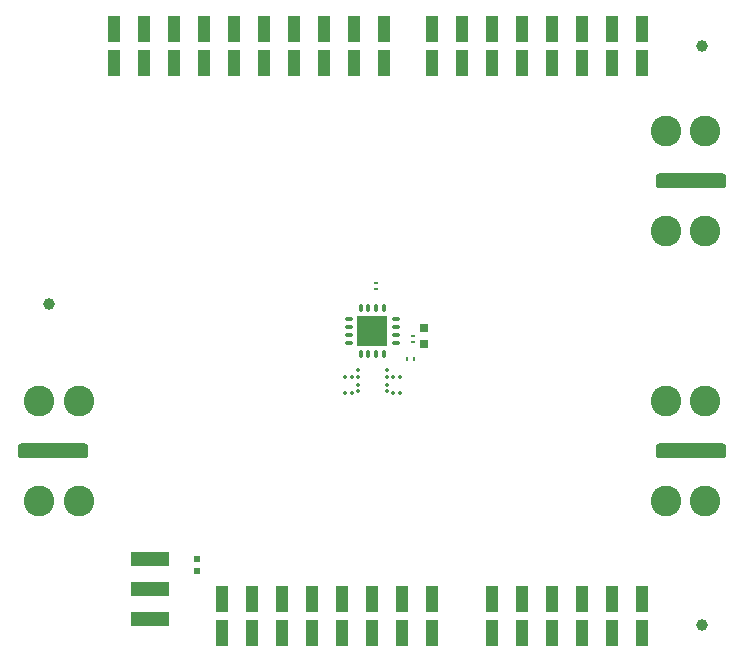
<source format=gtp>
G04*
G04 #@! TF.GenerationSoftware,Altium Limited,Altium Designer,22.10.1 (41)*
G04*
G04 Layer_Color=8421504*
%FSLAX24Y24*%
%MOIN*%
G70*
G04*
G04 #@! TF.SameCoordinates,1EAF6387-FA3A-421D-BABF-0C9075E41397*
G04*
G04*
G04 #@! TF.FilePolarity,Positive*
G04*
G01*
G75*
%ADD17C,0.1024*%
%ADD18R,0.0217X0.0236*%
%ADD19R,0.1252X0.0500*%
G04:AMPARAMS|DCode=20|XSize=236.2mil|YSize=50mil|CornerRadius=12.5mil|HoleSize=0mil|Usage=FLASHONLY|Rotation=180.000|XOffset=0mil|YOffset=0mil|HoleType=Round|Shape=RoundedRectangle|*
%AMROUNDEDRECTD20*
21,1,0.2362,0.0250,0,0,180.0*
21,1,0.2112,0.0500,0,0,180.0*
1,1,0.0250,-0.1056,0.0125*
1,1,0.0250,0.1056,0.0125*
1,1,0.0250,0.1056,-0.0125*
1,1,0.0250,-0.1056,-0.0125*
%
%ADD20ROUNDEDRECTD20*%
%ADD21O,0.0118X0.0315*%
%ADD22O,0.0315X0.0118*%
%ADD23R,0.1043X0.1043*%
G04:AMPARAMS|DCode=24|XSize=11.8mil|YSize=10.6mil|CornerRadius=2.7mil|HoleSize=0mil|Usage=FLASHONLY|Rotation=0.000|XOffset=0mil|YOffset=0mil|HoleType=Round|Shape=RoundedRectangle|*
%AMROUNDEDRECTD24*
21,1,0.0118,0.0053,0,0,0.0*
21,1,0.0065,0.0106,0,0,0.0*
1,1,0.0053,0.0032,-0.0027*
1,1,0.0053,-0.0032,-0.0027*
1,1,0.0053,-0.0032,0.0027*
1,1,0.0053,0.0032,0.0027*
%
%ADD24ROUNDEDRECTD24*%
%ADD25R,0.0315X0.0295*%
%ADD26R,0.0402X0.0862*%
%ADD27C,0.0394*%
%ADD28R,0.0118X0.0106*%
G04:AMPARAMS|DCode=29|XSize=11.8mil|YSize=10.6mil|CornerRadius=2.7mil|HoleSize=0mil|Usage=FLASHONLY|Rotation=270.000|XOffset=0mil|YOffset=0mil|HoleType=Round|Shape=RoundedRectangle|*
%AMROUNDEDRECTD29*
21,1,0.0118,0.0053,0,0,270.0*
21,1,0.0065,0.0106,0,0,270.0*
1,1,0.0053,-0.0027,-0.0032*
1,1,0.0053,-0.0027,0.0032*
1,1,0.0053,0.0027,0.0032*
1,1,0.0053,0.0027,-0.0032*
%
%ADD29ROUNDEDRECTD29*%
%ADD30R,0.0106X0.0118*%
D17*
X23099Y5125D02*
D03*
X21788D02*
D03*
X23099Y8475D02*
D03*
X21788D02*
D03*
X900D02*
D03*
X2211D02*
D03*
X900Y5125D02*
D03*
X2211D02*
D03*
X23106Y14125D02*
D03*
X21795D02*
D03*
X23106Y17475D02*
D03*
X21795D02*
D03*
D18*
X6156Y2808D02*
D03*
Y3202D02*
D03*
D19*
X4606Y1207D02*
D03*
Y3207D02*
D03*
Y2207D02*
D03*
D20*
X22627Y6800D02*
D03*
X1372D02*
D03*
X22634Y15800D02*
D03*
D21*
X11616Y10022D02*
D03*
X11872D02*
D03*
X12128D02*
D03*
X12384D02*
D03*
Y11578D02*
D03*
X12128D02*
D03*
X11872D02*
D03*
X11616D02*
D03*
D22*
X12778Y10416D02*
D03*
Y10672D02*
D03*
Y10928D02*
D03*
Y11184D02*
D03*
X11222D02*
D03*
Y10928D02*
D03*
Y10672D02*
D03*
Y10416D02*
D03*
D23*
X12000Y10800D02*
D03*
D24*
X12478Y9494D02*
D03*
Y9270D02*
D03*
Y9016D02*
D03*
Y8791D02*
D03*
X11522Y9016D02*
D03*
Y8791D02*
D03*
Y9494D02*
D03*
Y9270D02*
D03*
D25*
X13723Y10360D02*
D03*
Y10891D02*
D03*
D26*
X18000Y723D02*
D03*
Y1877D02*
D03*
X16000Y723D02*
D03*
X17000D02*
D03*
X20000D02*
D03*
X21000D02*
D03*
X16000Y1877D02*
D03*
X17000D02*
D03*
X20000D02*
D03*
X21000D02*
D03*
X19000Y723D02*
D03*
X19000Y1877D02*
D03*
X10400Y20877D02*
D03*
X6400D02*
D03*
X10400Y19723D02*
D03*
X6400Y19723D02*
D03*
X12400Y20877D02*
D03*
X11400D02*
D03*
X8400D02*
D03*
X7400D02*
D03*
X5400D02*
D03*
X4400D02*
D03*
X12400Y19723D02*
D03*
X11400D02*
D03*
X8400D02*
D03*
X7400D02*
D03*
X5400D02*
D03*
X4400Y19723D02*
D03*
X9400Y20877D02*
D03*
X3400D02*
D03*
X9400Y19723D02*
D03*
X3400D02*
D03*
X19000Y20877D02*
D03*
X15000D02*
D03*
X19000Y19723D02*
D03*
X15000D02*
D03*
X20000Y20877D02*
D03*
X21000D02*
D03*
X16000D02*
D03*
X17000D02*
D03*
X14000D02*
D03*
X20000Y19723D02*
D03*
X21000D02*
D03*
X16000Y19723D02*
D03*
X17000Y19723D02*
D03*
X14000D02*
D03*
X18000Y20877D02*
D03*
Y19723D02*
D03*
X9000Y723D02*
D03*
X13000D02*
D03*
X9000Y1877D02*
D03*
X13000D02*
D03*
X8000Y723D02*
D03*
X7000D02*
D03*
X12000D02*
D03*
X11000D02*
D03*
X14000D02*
D03*
X8000Y1877D02*
D03*
X7000D02*
D03*
X12000Y1877D02*
D03*
X11000Y1877D02*
D03*
X14000D02*
D03*
X10000Y723D02*
D03*
Y1877D02*
D03*
D27*
X23000Y20300D02*
D03*
X1213Y11706D02*
D03*
X22986Y1000D02*
D03*
D28*
X12128Y12412D02*
D03*
Y12188D02*
D03*
X13350Y10643D02*
D03*
Y10418D02*
D03*
D29*
X12911Y9274D02*
D03*
X12686D02*
D03*
Y8733D02*
D03*
X12911D02*
D03*
X11311D02*
D03*
X11087D02*
D03*
Y9274D02*
D03*
X11311D02*
D03*
D30*
X13386Y9855D02*
D03*
X13161D02*
D03*
M02*

</source>
